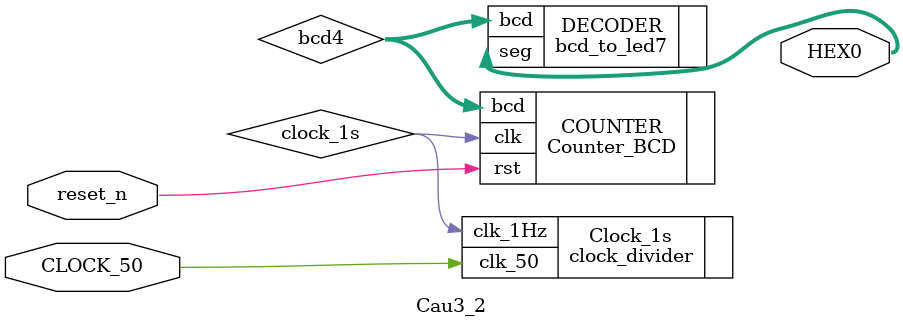
<source format=v>
module Cau3_2(
	input CLOCK_50,reset_n,
	output [7:0] HEX0
);
	wire clock_1s;
	wire [3:0] bcd4;
	clock_divider Clock_1s(.clk_50(CLOCK_50),.clk_1Hz(clock_1s));
	Counter_BCD COUNTER(.clk(clock_1s),.rst(reset_n),.bcd(bcd4));
	bcd_to_led7 DECODER(.bcd(bcd4),.seg(HEX0));
endmodule
</source>
